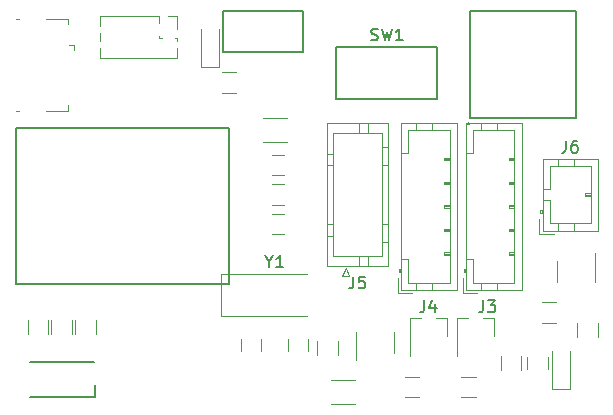
<source format=gbr>
G04 #@! TF.GenerationSoftware,KiCad,Pcbnew,5.1.6-c6e7f7d~86~ubuntu18.04.1*
G04 #@! TF.CreationDate,2020-06-01T21:53:24-04:00*
G04 #@! TF.ProjectId,E73 SCR v2,45373320-5343-4522-9076-322e6b696361,rev?*
G04 #@! TF.SameCoordinates,Original*
G04 #@! TF.FileFunction,Legend,Top*
G04 #@! TF.FilePolarity,Positive*
%FSLAX46Y46*%
G04 Gerber Fmt 4.6, Leading zero omitted, Abs format (unit mm)*
G04 Created by KiCad (PCBNEW 5.1.6-c6e7f7d~86~ubuntu18.04.1) date 2020-06-01 21:53:24*
%MOMM*%
%LPD*%
G01*
G04 APERTURE LIST*
%ADD10C,0.120000*%
%ADD11C,0.150000*%
G04 APERTURE END LIST*
D10*
X87800000Y-121920000D02*
X89000000Y-121920000D01*
X89000000Y-123680000D02*
X87800000Y-123680000D01*
X83000000Y-121920000D02*
X84200000Y-121920000D01*
X84200000Y-123680000D02*
X83000000Y-123680000D01*
X92880000Y-120150000D02*
X92880000Y-121350000D01*
X91120000Y-121350000D02*
X91120000Y-120150000D01*
X95500000Y-122950000D02*
X97000000Y-122950000D01*
X95500000Y-122950000D02*
X95500000Y-119750000D01*
X97000000Y-119750000D02*
X97000000Y-122950000D01*
X93400000Y-120250000D02*
X93400000Y-121250000D01*
X95100000Y-121250000D02*
X95100000Y-120250000D01*
X67450000Y-116800000D02*
X74700000Y-116800000D01*
X67450000Y-113200000D02*
X67450000Y-116800000D01*
X74700000Y-113200000D02*
X67450000Y-113200000D01*
D11*
X50053500Y-114092000D02*
X50053500Y-100842000D01*
X68153500Y-114092000D02*
X50053500Y-114092000D01*
X68153500Y-100842000D02*
X68153500Y-114092000D01*
X50053500Y-100842000D02*
X68153500Y-100842000D01*
D10*
X77700000Y-113360000D02*
X78000000Y-112760000D01*
X78300000Y-113360000D02*
X77700000Y-113360000D01*
X78000000Y-112760000D02*
X78300000Y-113360000D01*
X76390000Y-100440000D02*
X76390000Y-112560000D01*
X81610000Y-100440000D02*
X76390000Y-100440000D01*
X81610000Y-112560000D02*
X81610000Y-100440000D01*
X76390000Y-112560000D02*
X81610000Y-112560000D01*
X81610000Y-102470000D02*
X81100000Y-102470000D01*
X81610000Y-103970000D02*
X81100000Y-103970000D01*
X81610000Y-110530000D02*
X81100000Y-110530000D01*
X81610000Y-109030000D02*
X81100000Y-109030000D01*
X76390000Y-103030000D02*
X76900000Y-103030000D01*
X76390000Y-103970000D02*
X76900000Y-103970000D01*
X76390000Y-109970000D02*
X76900000Y-109970000D01*
X76390000Y-109030000D02*
X76900000Y-109030000D01*
X79900000Y-100440000D02*
X79900000Y-101300000D01*
X79900000Y-112560000D02*
X79900000Y-111700000D01*
X79100000Y-100440000D02*
X79100000Y-101300000D01*
X79100000Y-112560000D02*
X79100000Y-111700000D01*
X76900000Y-101300000D02*
X76900000Y-111700000D01*
X81100000Y-101300000D02*
X76900000Y-101300000D01*
X81100000Y-111700000D02*
X81100000Y-101300000D01*
X76900000Y-111700000D02*
X81100000Y-111700000D01*
D11*
X74393000Y-90960000D02*
X74393000Y-94410000D01*
X67593000Y-90960000D02*
X74393000Y-90960000D01*
X67593000Y-94460000D02*
X67593000Y-90960000D01*
X74393000Y-94460000D02*
X67593000Y-94460000D01*
X97500000Y-100000000D02*
X88500000Y-100000000D01*
X97500000Y-91000000D02*
X97500000Y-100000000D01*
X88500000Y-91000000D02*
X97500000Y-91000000D01*
X88500000Y-100000000D02*
X88500000Y-91000000D01*
D10*
X73150000Y-118750000D02*
X73150000Y-119750000D01*
X74850000Y-119750000D02*
X74850000Y-118750000D01*
X69150000Y-118750000D02*
X69150000Y-119750000D01*
X70850000Y-119750000D02*
X70850000Y-118750000D01*
X72750000Y-103150000D02*
X71750000Y-103150000D01*
X71750000Y-104850000D02*
X72750000Y-104850000D01*
X72750000Y-105650000D02*
X71750000Y-105650000D01*
X71750000Y-107350000D02*
X72750000Y-107350000D01*
X72750000Y-108150000D02*
X71750000Y-108150000D01*
X71750000Y-109850000D02*
X72750000Y-109850000D01*
X82110000Y-119900000D02*
X82110000Y-118100000D01*
X78890000Y-118100000D02*
X78890000Y-120550000D01*
X95890000Y-112100000D02*
X95890000Y-113900000D01*
X99110000Y-113900000D02*
X99110000Y-111450000D01*
D11*
X77170500Y-98402500D02*
X77170500Y-94002500D01*
X85770500Y-98402500D02*
X85770500Y-94002500D01*
X85770500Y-94002500D02*
X77170500Y-94002500D01*
X85770500Y-98402500D02*
X77170500Y-98402500D01*
D10*
X94650000Y-115620000D02*
X95850000Y-115620000D01*
X95850000Y-117380000D02*
X94650000Y-117380000D01*
X77380000Y-118900000D02*
X77380000Y-120100000D01*
X75620000Y-120100000D02*
X75620000Y-118900000D01*
X99380000Y-117400000D02*
X99380000Y-118600000D01*
X97620000Y-118600000D02*
X97620000Y-117400000D01*
X67550000Y-96120000D02*
X68750000Y-96120000D01*
X68750000Y-97880000D02*
X67550000Y-97880000D01*
X52846500Y-117090500D02*
X52846500Y-118290500D01*
X51086500Y-118290500D02*
X51086500Y-117090500D01*
X54846500Y-117140500D02*
X54846500Y-118340500D01*
X53086500Y-118340500D02*
X53086500Y-117140500D01*
X56846500Y-117140500D02*
X56846500Y-118340500D01*
X55086500Y-118340500D02*
X55086500Y-117140500D01*
X90580000Y-116990000D02*
X89650000Y-116990000D01*
X87420000Y-116990000D02*
X88350000Y-116990000D01*
X87420000Y-116990000D02*
X87420000Y-120150000D01*
X90580000Y-116990000D02*
X90580000Y-118450000D01*
X94700000Y-109550000D02*
X99400000Y-109550000D01*
X99400000Y-109550000D02*
X99400000Y-103450000D01*
X99400000Y-103450000D02*
X94700000Y-103450000D01*
X94700000Y-103450000D02*
X94700000Y-109550000D01*
X94700000Y-107000000D02*
X95300000Y-107000000D01*
X95300000Y-107000000D02*
X95300000Y-108950000D01*
X95300000Y-108950000D02*
X98800000Y-108950000D01*
X98800000Y-108950000D02*
X98800000Y-104050000D01*
X98800000Y-104050000D02*
X95300000Y-104050000D01*
X95300000Y-104050000D02*
X95300000Y-106000000D01*
X95300000Y-106000000D02*
X94700000Y-106000000D01*
X96000000Y-109550000D02*
X96000000Y-108950000D01*
X97300000Y-109550000D02*
X97300000Y-108950000D01*
X96000000Y-103450000D02*
X96000000Y-104050000D01*
X97300000Y-103450000D02*
X97300000Y-104050000D01*
X94700000Y-107800000D02*
X94500000Y-107800000D01*
X94500000Y-107800000D02*
X94500000Y-108100000D01*
X94500000Y-108100000D02*
X94700000Y-108100000D01*
X94600000Y-107800000D02*
X94600000Y-108100000D01*
X98800000Y-106600000D02*
X98300000Y-106600000D01*
X98300000Y-106600000D02*
X98300000Y-106400000D01*
X98300000Y-106400000D02*
X98800000Y-106400000D01*
X98800000Y-106500000D02*
X98300000Y-106500000D01*
X94400000Y-108600000D02*
X94400000Y-109850000D01*
X94400000Y-109850000D02*
X95650000Y-109850000D01*
X82700000Y-114550000D02*
X87400000Y-114550000D01*
X87400000Y-114550000D02*
X87400000Y-100450000D01*
X87400000Y-100450000D02*
X82700000Y-100450000D01*
X82700000Y-100450000D02*
X82700000Y-114550000D01*
X82700000Y-112000000D02*
X83300000Y-112000000D01*
X83300000Y-112000000D02*
X83300000Y-113950000D01*
X83300000Y-113950000D02*
X86800000Y-113950000D01*
X86800000Y-113950000D02*
X86800000Y-101050000D01*
X86800000Y-101050000D02*
X83300000Y-101050000D01*
X83300000Y-101050000D02*
X83300000Y-103000000D01*
X83300000Y-103000000D02*
X82700000Y-103000000D01*
X84000000Y-114550000D02*
X84000000Y-113950000D01*
X85300000Y-114550000D02*
X85300000Y-113950000D01*
X84000000Y-100450000D02*
X84000000Y-101050000D01*
X85300000Y-100450000D02*
X85300000Y-101050000D01*
X82700000Y-112800000D02*
X82500000Y-112800000D01*
X82500000Y-112800000D02*
X82500000Y-113100000D01*
X82500000Y-113100000D02*
X82700000Y-113100000D01*
X82600000Y-112800000D02*
X82600000Y-113100000D01*
X86800000Y-111600000D02*
X86300000Y-111600000D01*
X86300000Y-111600000D02*
X86300000Y-111400000D01*
X86300000Y-111400000D02*
X86800000Y-111400000D01*
X86800000Y-111500000D02*
X86300000Y-111500000D01*
X86800000Y-109600000D02*
X86300000Y-109600000D01*
X86300000Y-109600000D02*
X86300000Y-109400000D01*
X86300000Y-109400000D02*
X86800000Y-109400000D01*
X86800000Y-109500000D02*
X86300000Y-109500000D01*
X86800000Y-107600000D02*
X86300000Y-107600000D01*
X86300000Y-107600000D02*
X86300000Y-107400000D01*
X86300000Y-107400000D02*
X86800000Y-107400000D01*
X86800000Y-107500000D02*
X86300000Y-107500000D01*
X86800000Y-105600000D02*
X86300000Y-105600000D01*
X86300000Y-105600000D02*
X86300000Y-105400000D01*
X86300000Y-105400000D02*
X86800000Y-105400000D01*
X86800000Y-105500000D02*
X86300000Y-105500000D01*
X86800000Y-103600000D02*
X86300000Y-103600000D01*
X86300000Y-103600000D02*
X86300000Y-103400000D01*
X86300000Y-103400000D02*
X86800000Y-103400000D01*
X86800000Y-103500000D02*
X86300000Y-103500000D01*
X82400000Y-113600000D02*
X82400000Y-114850000D01*
X82400000Y-114850000D02*
X83650000Y-114850000D01*
X88200000Y-114550000D02*
X92900000Y-114550000D01*
X92900000Y-114550000D02*
X92900000Y-100450000D01*
X92900000Y-100450000D02*
X88200000Y-100450000D01*
X88200000Y-100450000D02*
X88200000Y-114550000D01*
X88200000Y-112000000D02*
X88800000Y-112000000D01*
X88800000Y-112000000D02*
X88800000Y-113950000D01*
X88800000Y-113950000D02*
X92300000Y-113950000D01*
X92300000Y-113950000D02*
X92300000Y-101050000D01*
X92300000Y-101050000D02*
X88800000Y-101050000D01*
X88800000Y-101050000D02*
X88800000Y-103000000D01*
X88800000Y-103000000D02*
X88200000Y-103000000D01*
X89500000Y-114550000D02*
X89500000Y-113950000D01*
X90800000Y-114550000D02*
X90800000Y-113950000D01*
X89500000Y-100450000D02*
X89500000Y-101050000D01*
X90800000Y-100450000D02*
X90800000Y-101050000D01*
X88200000Y-112800000D02*
X88000000Y-112800000D01*
X88000000Y-112800000D02*
X88000000Y-113100000D01*
X88000000Y-113100000D02*
X88200000Y-113100000D01*
X88100000Y-112800000D02*
X88100000Y-113100000D01*
X92300000Y-111600000D02*
X91800000Y-111600000D01*
X91800000Y-111600000D02*
X91800000Y-111400000D01*
X91800000Y-111400000D02*
X92300000Y-111400000D01*
X92300000Y-111500000D02*
X91800000Y-111500000D01*
X92300000Y-109600000D02*
X91800000Y-109600000D01*
X91800000Y-109600000D02*
X91800000Y-109400000D01*
X91800000Y-109400000D02*
X92300000Y-109400000D01*
X92300000Y-109500000D02*
X91800000Y-109500000D01*
X92300000Y-107600000D02*
X91800000Y-107600000D01*
X91800000Y-107600000D02*
X91800000Y-107400000D01*
X91800000Y-107400000D02*
X92300000Y-107400000D01*
X92300000Y-107500000D02*
X91800000Y-107500000D01*
X92300000Y-105600000D02*
X91800000Y-105600000D01*
X91800000Y-105600000D02*
X91800000Y-105400000D01*
X91800000Y-105400000D02*
X92300000Y-105400000D01*
X92300000Y-105500000D02*
X91800000Y-105500000D01*
X92300000Y-103600000D02*
X91800000Y-103600000D01*
X91800000Y-103600000D02*
X91800000Y-103400000D01*
X91800000Y-103400000D02*
X92300000Y-103400000D01*
X92300000Y-103500000D02*
X91800000Y-103500000D01*
X87900000Y-113600000D02*
X87900000Y-114850000D01*
X87900000Y-114850000D02*
X89150000Y-114850000D01*
X54466000Y-91600000D02*
X54466000Y-92050000D01*
X52616000Y-91600000D02*
X54466000Y-91600000D01*
X50066000Y-99400000D02*
X50316000Y-99400000D01*
X50066000Y-91600000D02*
X50316000Y-91600000D01*
X52616000Y-99400000D02*
X54466000Y-99400000D01*
X54466000Y-99400000D02*
X54466000Y-98950000D01*
X55016000Y-93800000D02*
X55016000Y-94250000D01*
X55016000Y-93800000D02*
X54566000Y-93800000D01*
X57225000Y-91370000D02*
X57225000Y-92192470D01*
X57225000Y-94077530D02*
X57225000Y-94900000D01*
X57225000Y-92807530D02*
X57225000Y-93462470D01*
X62240000Y-91370000D02*
X57225000Y-91370000D01*
X63695000Y-94900000D02*
X57225000Y-94900000D01*
X62240000Y-91370000D02*
X62240000Y-91936529D01*
X62240000Y-93063471D02*
X62240000Y-93206529D01*
X62293471Y-93260000D02*
X62436529Y-93260000D01*
X63563471Y-93260000D02*
X63695000Y-93260000D01*
X63695000Y-93260000D02*
X63695000Y-93462470D01*
X63695000Y-94077530D02*
X63695000Y-94900000D01*
X63000000Y-91370000D02*
X63760000Y-91370000D01*
X63760000Y-91370000D02*
X63760000Y-92500000D01*
X86580000Y-116990000D02*
X85650000Y-116990000D01*
X83420000Y-116990000D02*
X84350000Y-116990000D01*
X83420000Y-116990000D02*
X83420000Y-120150000D01*
X86580000Y-116990000D02*
X86580000Y-118450000D01*
X67250000Y-92500000D02*
X67250000Y-95700000D01*
X65750000Y-95700000D02*
X65750000Y-92500000D01*
X65750000Y-95700000D02*
X67250000Y-95700000D01*
D11*
X51266500Y-120640500D02*
X56666500Y-120640500D01*
X51266500Y-123640500D02*
X56766500Y-123640500D01*
X56766500Y-122640500D02*
X56766500Y-123640500D01*
D10*
X73000000Y-99980000D02*
X71000000Y-99980000D01*
X71000000Y-102020000D02*
X73000000Y-102020000D01*
X78800000Y-122230000D02*
X76800000Y-122230000D01*
X76800000Y-124270000D02*
X78800000Y-124270000D01*
D11*
X71523809Y-112176190D02*
X71523809Y-112652380D01*
X71190476Y-111652380D02*
X71523809Y-112176190D01*
X71857142Y-111652380D01*
X72714285Y-112652380D02*
X72142857Y-112652380D01*
X72428571Y-112652380D02*
X72428571Y-111652380D01*
X72333333Y-111795238D01*
X72238095Y-111890476D01*
X72142857Y-111938095D01*
X78666666Y-113452380D02*
X78666666Y-114166666D01*
X78619047Y-114309523D01*
X78523809Y-114404761D01*
X78380952Y-114452380D01*
X78285714Y-114452380D01*
X79619047Y-113452380D02*
X79142857Y-113452380D01*
X79095238Y-113928571D01*
X79142857Y-113880952D01*
X79238095Y-113833333D01*
X79476190Y-113833333D01*
X79571428Y-113880952D01*
X79619047Y-113928571D01*
X79666666Y-114023809D01*
X79666666Y-114261904D01*
X79619047Y-114357142D01*
X79571428Y-114404761D01*
X79476190Y-114452380D01*
X79238095Y-114452380D01*
X79142857Y-114404761D01*
X79095238Y-114357142D01*
X88357142Y-100500000D02*
X88404761Y-100452380D01*
X88452380Y-100500000D01*
X88404761Y-100547619D01*
X88357142Y-100500000D01*
X88452380Y-100500000D01*
X80166666Y-93404761D02*
X80309523Y-93452380D01*
X80547619Y-93452380D01*
X80642857Y-93404761D01*
X80690476Y-93357142D01*
X80738095Y-93261904D01*
X80738095Y-93166666D01*
X80690476Y-93071428D01*
X80642857Y-93023809D01*
X80547619Y-92976190D01*
X80357142Y-92928571D01*
X80261904Y-92880952D01*
X80214285Y-92833333D01*
X80166666Y-92738095D01*
X80166666Y-92642857D01*
X80214285Y-92547619D01*
X80261904Y-92500000D01*
X80357142Y-92452380D01*
X80595238Y-92452380D01*
X80738095Y-92500000D01*
X81071428Y-92452380D02*
X81309523Y-93452380D01*
X81500000Y-92738095D01*
X81690476Y-93452380D01*
X81928571Y-92452380D01*
X82833333Y-93452380D02*
X82261904Y-93452380D01*
X82547619Y-93452380D02*
X82547619Y-92452380D01*
X82452380Y-92595238D01*
X82357142Y-92690476D01*
X82261904Y-92738095D01*
X96666666Y-101952380D02*
X96666666Y-102666666D01*
X96619047Y-102809523D01*
X96523809Y-102904761D01*
X96380952Y-102952380D01*
X96285714Y-102952380D01*
X97571428Y-101952380D02*
X97380952Y-101952380D01*
X97285714Y-102000000D01*
X97238095Y-102047619D01*
X97142857Y-102190476D01*
X97095238Y-102380952D01*
X97095238Y-102761904D01*
X97142857Y-102857142D01*
X97190476Y-102904761D01*
X97285714Y-102952380D01*
X97476190Y-102952380D01*
X97571428Y-102904761D01*
X97619047Y-102857142D01*
X97666666Y-102761904D01*
X97666666Y-102523809D01*
X97619047Y-102428571D01*
X97571428Y-102380952D01*
X97476190Y-102333333D01*
X97285714Y-102333333D01*
X97190476Y-102380952D01*
X97142857Y-102428571D01*
X97095238Y-102523809D01*
X84666666Y-115452380D02*
X84666666Y-116166666D01*
X84619047Y-116309523D01*
X84523809Y-116404761D01*
X84380952Y-116452380D01*
X84285714Y-116452380D01*
X85571428Y-115785714D02*
X85571428Y-116452380D01*
X85333333Y-115404761D02*
X85095238Y-116119047D01*
X85714285Y-116119047D01*
X89666666Y-115452380D02*
X89666666Y-116166666D01*
X89619047Y-116309523D01*
X89523809Y-116404761D01*
X89380952Y-116452380D01*
X89285714Y-116452380D01*
X90047619Y-115452380D02*
X90666666Y-115452380D01*
X90333333Y-115833333D01*
X90476190Y-115833333D01*
X90571428Y-115880952D01*
X90619047Y-115928571D01*
X90666666Y-116023809D01*
X90666666Y-116261904D01*
X90619047Y-116357142D01*
X90571428Y-116404761D01*
X90476190Y-116452380D01*
X90190476Y-116452380D01*
X90095238Y-116404761D01*
X90047619Y-116357142D01*
M02*

</source>
